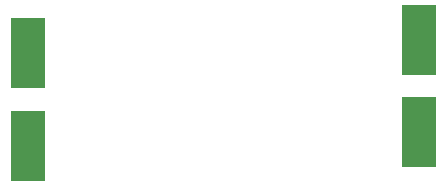
<source format=gtp>
G04 #@! TF.GenerationSoftware,KiCad,Pcbnew,(6.0.1)*
G04 #@! TF.CreationDate,2023-06-21T18:57:46+02:00*
G04 #@! TF.ProjectId,output,6f757470-7574-42e6-9b69-6361645f7063,rev?*
G04 #@! TF.SameCoordinates,Original*
G04 #@! TF.FileFunction,Paste,Top*
G04 #@! TF.FilePolarity,Positive*
%FSLAX46Y46*%
G04 Gerber Fmt 4.6, Leading zero omitted, Abs format (unit mm)*
G04 Created by KiCad (PCBNEW (6.0.1)) date 2023-06-21 18:57:46*
%MOMM*%
%LPD*%
G01*
G04 APERTURE LIST*
%ADD10R,3.000000X6.000000*%
G04 APERTURE END LIST*
D10*
X86550000Y-108000000D03*
X53500000Y-101300000D03*
X86550000Y-100200000D03*
X53500000Y-109200000D03*
M02*

</source>
